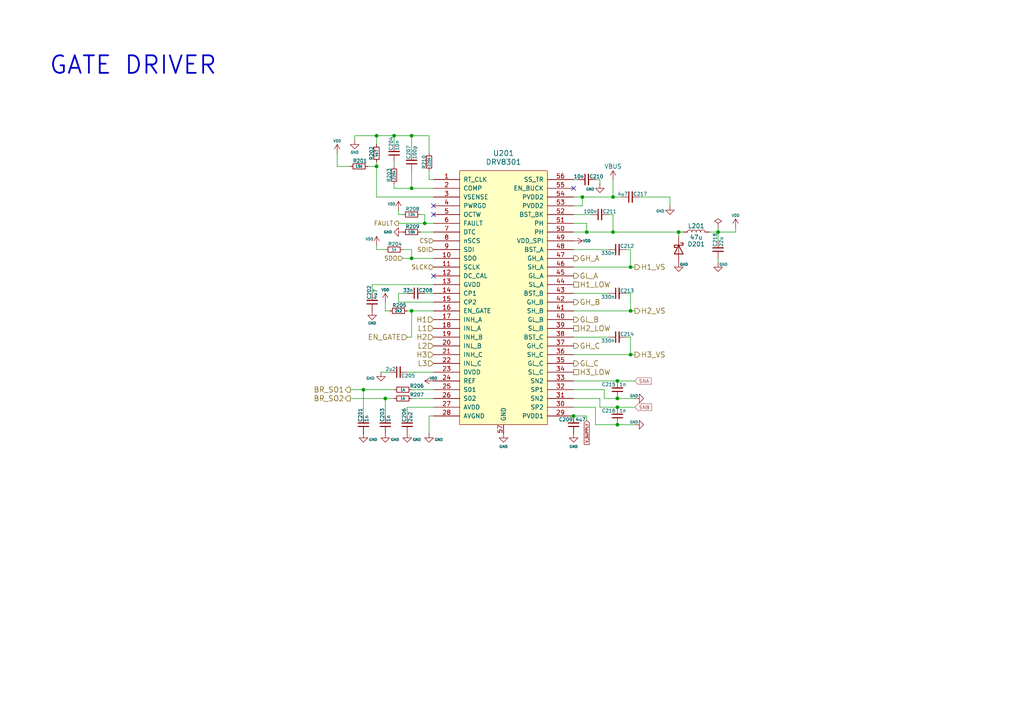
<source format=kicad_sch>
(kicad_sch (version 20250114) (generator "eeschema") (generator_version "9.0")
  (paper "A4")
  (lib_symbols
    (symbol "Bluesat:C_CompactH" (pin_numbers (hide yes)) (pin_names (offset 0.254) (hide yes))
      (property "Reference" "C" (at 0.762 0.889 0))
      (property "Value" "C_CompactH" (at -0.762 0.889 0))
      (symbol "C_CompactH_0_1"
        (polyline (pts (xy -0.508 -1.524) (xy -0.508 1.524)) (stroke (width 0.3048)))
        (polyline (pts (xy 0.508 -1.524) (xy 0.508 1.524)) (stroke (width 0.3302)))
      )
      (symbol "C_CompactH_1_1"
        (pin passive line (at -2.54 0 0) (length 2.032) (name "~") (number "1"))
        (pin passive line (at 2.54 0 180) (length 2.032) (name "~") (number "2"))
      )
    )
    (symbol "Bluesat:C_CompactV" (pin_numbers (hide yes)) (pin_names (offset 0.254) (hide yes))
      (property "Reference" "C" (at -0.889 0.762 90))
      (property "Value" "C_CompactV" (at 0.889 0.762 90))
      (symbol "C_CompactV_0_1"
        (polyline (pts (xy 1.524 0.508) (xy -1.524 0.508)) (stroke (width 0.3302)))
        (polyline (pts (xy 1.524 -0.508) (xy -1.524 -0.508)) (stroke (width 0.3048)))
      )
      (symbol "C_CompactV_1_1"
        (pin passive line (at 0 2.54 270) (length 2.032) (name "~") (number "2"))
        (pin passive line (at 0 -2.54 90) (length 2.032) (name "~") (number "1"))
      )
    )
    (symbol "Bluesat:DRV8301" (pin_names (offset 1.016))
      (property "Reference" "U101" (at 0 50.8 0))
      (property "Value" "DRV8301" (at 0 48.26 0))
      (symbol "DRV8301_0_0"
        (pin passive line (at 20.32 43.18 180) (length 7.62) (name "SS_TR") (number "56"))
        (pin input line (at 20.32 40.64 180) (length 7.62) (name "EN_BUCK") (number "55"))
        (pin power_in line (at 20.32 38.1 180) (length 7.62) (name "PVDD2") (number "54"))
        (pin power_in line (at 20.32 35.56 180) (length 7.62) (name "PVDD2") (number "53"))
        (pin passive line (at 20.32 33.02 180) (length 7.62) (name "BST_BK") (number "52"))
        (pin output line (at 20.32 30.48 180) (length 7.62) (name "PH") (number "51"))
        (pin output line (at 20.32 27.94 180) (length 7.62) (name "PH") (number "50"))
      )
      (symbol "DRV8301_1_0"
        (pin passive line (at 0 -30.48 90) (length 2.54) (name "GND") (number "57"))
        (pin passive line (at 20.32 10.16 180) (length 7.62) (name "BST_B") (number "43"))
      )
      (symbol "DRV8301_1_1"
        (rectangle (start -12.7 45.72) (end 12.7 -27.94) (fill (type background)))
        (pin passive line (at -20.32 43.18 0) (length 7.62) (name "RT_CLK") (number "1"))
        (pin passive line (at -20.32 40.64 0) (length 7.62) (name "COMP") (number "2"))
        (pin input line (at -20.32 38.1 0) (length 7.62) (name "VSENSE") (number "3"))
        (pin input line (at -20.32 35.56 0) (length 7.62) (name "PWRGD") (number "4"))
        (pin input line (at -20.32 33.02 0) (length 7.62) (name "OCTW") (number "5"))
        (pin output line (at -20.32 30.48 0) (length 7.62) (name "FAULT") (number "6"))
        (pin passive line (at -20.32 27.94 0) (length 7.62) (name "DTC") (number "7"))
        (pin input line (at -20.32 25.4 0) (length 7.62) (name "nSCS") (number "8"))
        (pin bidirectional line (at -20.32 22.86 0) (length 7.62) (name "SDI") (number "9"))
        (pin bidirectional line (at -20.32 20.32 0) (length 7.62) (name "SDO") (number "10"))
        (pin bidirectional line (at -20.32 17.78 0) (length 7.62) (name "SCLK") (number "11"))
        (pin input line (at -20.32 15.24 0) (length 7.62) (name "DC_CAL") (number "12"))
        (pin passive line (at -20.32 12.7 0) (length 7.62) (name "GVDD") (number "13"))
        (pin passive line (at -20.32 10.16 0) (length 7.62) (name "CP1") (number "14"))
        (pin passive line (at -20.32 7.62 0) (length 7.62) (name "CP2") (number "15"))
        (pin input line (at -20.32 5.08 0) (length 7.62) (name "EN_GATE") (number "16"))
        (pin input line (at -20.32 2.54 0) (length 7.62) (name "INH_A") (number "17"))
        (pin input line (at -20.32 0 0) (length 7.62) (name "INL_A") (number "18"))
        (pin input line (at -20.32 -2.54 0) (length 7.62) (name "INH_B") (number "19"))
        (pin input line (at -20.32 -5.08 0) (length 7.62) (name "INL_B") (number "20"))
        (pin input line (at -20.32 -7.62 0) (length 7.62) (name "INH_C") (number "21"))
        (pin input line (at -20.32 -10.16 0) (length 7.62) (name "INL_C") (number "22"))
        (pin input line (at -20.32 -12.7 0) (length 7.62) (name "DVDD") (number "23"))
        (pin passive line (at -20.32 -15.24 0) (length 7.62) (name "REF") (number "24"))
        (pin input line (at -20.32 -17.78 0) (length 7.62) (name "S01") (number "25"))
        (pin input line (at -20.32 -20.32 0) (length 7.62) (name "S02") (number "26"))
        (pin power_in line (at -20.32 -22.86 0) (length 7.62) (name "AVDD") (number "27"))
        (pin passive line (at -20.32 -25.4 0) (length 7.62) (name "AVGND") (number "28"))
        (pin power_in line (at 20.32 25.4 180) (length 7.62) (name "VDD_SPI") (number "49"))
        (pin passive line (at 20.32 22.86 180) (length 7.62) (name "BST_A") (number "48"))
        (pin output line (at 20.32 20.32 180) (length 7.62) (name "GH_A") (number "47"))
        (pin input line (at 20.32 17.78 180) (length 7.62) (name "SH_A") (number "46"))
        (pin output line (at 20.32 15.24 180) (length 7.62) (name "GL_A") (number "45"))
        (pin input line (at 20.32 12.7 180) (length 7.62) (name "SL_A") (number "44"))
        (pin output line (at 20.32 7.62 180) (length 7.62) (name "GH_B") (number "42"))
        (pin input line (at 20.32 5.08 180) (length 7.62) (name "SH_B") (number "41"))
        (pin output line (at 20.32 2.54 180) (length 7.62) (name "GL_B") (number "40"))
        (pin input line (at 20.32 0 180) (length 7.62) (name "SL_B") (number "39"))
        (pin passive line (at 20.32 -2.54 180) (length 7.62) (name "BST_C") (number "38"))
        (pin output line (at 20.32 -5.08 180) (length 7.62) (name "GH_C") (number "37"))
        (pin input line (at 20.32 -7.62 180) (length 7.62) (name "SH_C") (number "36"))
        (pin output line (at 20.32 -10.16 180) (length 7.62) (name "GL_C") (number "35"))
        (pin input line (at 20.32 -12.7 180) (length 7.62) (name "SL_C") (number "34"))
        (pin input line (at 20.32 -15.24 180) (length 7.62) (name "SN2") (number "33"))
        (pin input line (at 20.32 -17.78 180) (length 7.62) (name "SP1") (number "32"))
        (pin input line (at 20.32 -20.32 180) (length 7.62) (name "SN2") (number "31"))
        (pin input line (at 20.32 -22.86 180) (length 7.62) (name "SP2") (number "30"))
        (pin power_in line (at 20.32 -25.4 180) (length 7.62) (name "PVDD1") (number "29"))
      )
    )
    (symbol "Bluesat:R_CompactH" (pin_numbers (hide yes)) (pin_names (offset 0.254) (hide yes))
      (property "Reference" "R" (at 1.8415 0.1905 0))
      (property "Value" "R_CompactH" (at 0 0 0))
      (symbol "R_CompactH_0_1"
        (rectangle (start -1.778 -0.762) (end 1.778 0.762) (stroke (width 0.2032)))
      )
      (symbol "R_CompactH_1_1"
        (pin passive line (at -2.54 0 0) (length 0.762) (name "~") (number "1"))
        (pin passive line (at 2.54 0 180) (length 0.762) (name "~") (number "2"))
      )
    )
    (symbol "Bluesat:R_CompactV" (pin_numbers (hide yes)) (pin_names (offset 0.254) (hide yes))
      (property "Reference" "R" (at -0.889 0 90))
      (property "Value" "R_CompactV" (at 0 0 90))
      (symbol "R_CompactV_0_1"
        (rectangle (start -0.762 1.778) (end 0.762 -1.778) (stroke (width 0.2032)))
      )
      (symbol "R_CompactV_1_1"
        (pin passive line (at 0 2.54 270) (length 0.762) (name "~") (number "1"))
        (pin passive line (at 0 -2.54 90) (length 0.762) (name "~") (number "2"))
      )
    )
    (symbol "Device:D_Schottky" (pin_numbers (hide yes)) (pin_names (offset 1.016) (hide yes))
      (property "Reference" "D" (at 0 2.54 0))
      (property "Value" "D_Schottky" (at 0 -2.54 0))
      (symbol "D_Schottky_0_1"
        (polyline (pts (xy -1.905 0.635) (xy -1.905 1.27) (xy -1.27 1.27) (xy -1.27 -1.27) (xy -0.635 -1.27) (xy -0.635 -0.635)) (stroke (width 0.254)))
        (polyline (pts (xy 1.27 1.27) (xy 1.27 -1.27) (xy -1.27 0) (xy 1.27 1.27)) (stroke (width 0.254)))
        (polyline (pts (xy 1.27 0) (xy -1.27 0)))
      )
      (symbol "D_Schottky_1_1"
        (pin passive line (at -3.81 0 0) (length 2.54) (name "K") (number "1"))
        (pin passive line (at 3.81 0 180) (length 2.54) (name "A") (number "2"))
      )
    )
    (symbol "Device:L" (pin_numbers (hide yes)) (pin_names (offset 1.016) (hide yes))
      (property "Reference" "L" (at -1.27 0 90))
      (property "Value" "L" (at 1.905 0 90))
      (symbol "L_0_1"
        (arc (start 0 2.54) (mid 0.6323 1.905) (end 0 1.27))
        (arc (start 0 1.27) (mid 0.6323 0.635) (end 0 0))
        (arc (start 0 0) (mid 0.6323 -0.635) (end 0 -1.27))
        (arc (start 0 -1.27) (mid 0.6323 -1.905) (end 0 -2.54))
      )
      (symbol "L_1_1"
        (pin passive line (at 0 3.81 270) (length 1.27) (name "1") (number "1"))
        (pin passive line (at 0 -3.81 90) (length 1.27) (name "2") (number "2"))
      )
    )
    (symbol "power:GND" (power) (pin_numbers (hide yes)) (pin_names (offset 0) (hide yes))
      (property "Value" "GND" (at 0 -3.81 0))
      (symbol "GND_0_1"
        (polyline (pts (xy 0 0) (xy 0 -1.27) (xy 1.27 -1.27) (xy 0 -2.54) (xy -1.27 -1.27) (xy 0 -1.27)))
      )
      (symbol "GND_1_1"
        (pin power_in line (at 0 0 270) (length 0) (name "~") (number "1"))
      )
    )
    (symbol "power:PWR_FLAG" (power) (pin_numbers (hide yes)) (pin_names (offset 0) (hide yes))
      (property "Value" "PWR_FLAG" (at 0 3.81 0))
      (symbol "PWR_FLAG_0_0"
        (pin power_out line (at 0 0 90) (length 0) (name "~") (number "1"))
      )
      (symbol "PWR_FLAG_0_1"
        (polyline (pts (xy 0 0) (xy 0 1.27) (xy -1.016 1.905) (xy 0 2.54) (xy 1.016 1.905) (xy 0 1.27)))
      )
    )
    (symbol "power:VBUS" (power) (pin_numbers (hide yes)) (pin_names (offset 0) (hide yes))
      (property "Value" "VBUS" (at 0 3.556 0))
      (symbol "VBUS_0_1"
        (polyline (pts (xy -0.762 1.27) (xy 0 2.54)))
        (polyline (pts (xy 0 2.54) (xy 0.762 1.27)))
        (polyline (pts (xy 0 0) (xy 0 2.54)))
      )
      (symbol "VBUS_1_1"
        (pin power_in line (at 0 0 90) (length 0) (name "~") (number "1"))
      )
    )
    (symbol "power:VDD" (power) (pin_numbers (hide yes)) (pin_names (offset 0) (hide yes))
      (property "Value" "VDD" (at 0 3.556 0))
      (symbol "VDD_0_1"
        (polyline (pts (xy -0.762 1.27) (xy 0 2.54)))
        (polyline (pts (xy 0 2.54) (xy 0.762 1.27)))
        (polyline (pts (xy 0 0) (xy 0 2.54)))
      )
      (symbol "VDD_1_1"
        (pin power_in line (at 0 0 90) (length 0) (name "~") (number "1"))
      )
    )
  )
  (text "GATE DRIVER" (at 38.608 19.05 0) (effects (font (size 5.08 5.08) (thickness 0.508) (bold yes))))
  (junction (at 119.38 54.61))
  (junction (at 177.8 57.15))
  (junction (at 179.07 123.19))
  (junction (at 177.8 67.31))
  (junction (at 179.07 115.57))
  (junction (at 109.22 48.26))
  (junction (at 179.07 118.11))
  (junction (at 114.3 39.37))
  (junction (at 109.22 39.37))
  (junction (at 119.38 90.17))
  (junction (at 196.85 67.31))
  (junction (at 105.41 113.03))
  (junction (at 208.28 67.31))
  (junction (at 168.91 57.15))
  (junction (at 170.18 67.31))
  (junction (at 111.76 115.57))
  (junction (at 182.88 77.47))
  (junction (at 119.38 39.37))
  (junction (at 182.88 90.17))
  (junction (at 166.37 120.65))
  (junction (at 123.19 64.77))
  (junction (at 119.38 74.93))
  (junction (at 179.07 110.49))
  (junction (at 182.88 102.87))
  (no_connect (at 125.73 59.69))
  (no_connect (at 166.37 54.61))
  (no_connect (at 125.73 80.01))
  (no_connect (at 125.73 62.23))
  (wire (pts (xy 113.03 107.95) (xy 110.49 107.95)))
  (wire (pts (xy 105.41 113.03) (xy 105.41 120.65)))
  (wire (pts (xy 182.88 72.39) (xy 181.61 72.39)))
  (wire (pts (xy 102.87 39.37) (xy 102.87 40.64)))
  (wire (pts (xy 123.19 64.77) (xy 125.73 64.77)))
  (wire (pts (xy 166.37 57.15) (xy 168.91 57.15)))
  (wire (pts (xy 118.11 118.11) (xy 118.11 120.65)))
  (wire (pts (xy 125.73 57.15) (xy 109.22 57.15)))
  (wire (pts (xy 107.95 82.55) (xy 107.95 85.09)))
  (wire (pts (xy 166.37 102.87) (xy 182.88 102.87)))
  (wire (pts (xy 115.57 64.77) (xy 123.19 64.77)))
  (wire (pts (xy 166.37 115.57) (xy 173.99 115.57)))
  (wire (pts (xy 124.46 39.37) (xy 124.46 44.45)))
  (wire (pts (xy 119.38 74.93) (xy 119.38 72.39)))
  (wire (pts (xy 179.07 110.49) (xy 184.15 110.49)))
  (wire (pts (xy 109.22 48.26) (xy 109.22 46.99)))
  (wire (pts (xy 172.72 118.11) (xy 172.72 123.19)))
  (wire (pts (xy 101.6 115.57) (xy 111.76 115.57)))
  (wire (pts (xy 123.19 85.09) (xy 125.73 85.09)))
  (wire (pts (xy 119.38 115.57) (xy 125.73 115.57)))
  (wire (pts (xy 114.3 41.91) (xy 114.3 39.37)))
  (wire (pts (xy 119.38 54.61) (xy 119.38 49.53)))
  (wire (pts (xy 166.37 97.79) (xy 176.53 97.79)))
  (wire (pts (xy 119.38 113.03) (xy 125.73 113.03)))
  (wire (pts (xy 109.22 71.12) (xy 109.22 72.39)))
  (wire (pts (xy 119.38 90.17) (xy 125.73 90.17)))
  (wire (pts (xy 213.36 66.04) (xy 213.36 67.31)))
  (wire (pts (xy 125.73 118.11) (xy 118.11 118.11)))
  (wire (pts (xy 119.38 39.37) (xy 114.3 39.37)))
  (wire (pts (xy 124.46 39.37) (xy 119.38 39.37)))
  (wire (pts (xy 125.73 82.55) (xy 107.95 82.55)))
  (wire (pts (xy 182.88 85.09) (xy 182.88 90.17)))
  (wire (pts (xy 111.76 115.57) (xy 111.76 120.65)))
  (wire (pts (xy 166.37 77.47) (xy 182.88 77.47)))
  (wire (pts (xy 109.22 39.37) (xy 102.87 39.37)))
  (wire (pts (xy 97.79 44.45) (xy 97.79 48.26)))
  (wire (pts (xy 166.37 52.07) (xy 167.64 52.07)))
  (wire (pts (xy 166.37 113.03) (xy 175.26 113.03)))
  (wire (pts (xy 172.72 52.07) (xy 173.99 52.07)))
  (wire (pts (xy 173.99 118.11) (xy 179.07 118.11)))
  (wire (pts (xy 177.8 62.23) (xy 177.8 67.31)))
  (wire (pts (xy 118.11 107.95) (xy 125.73 107.95)))
  (wire (pts (xy 106.68 48.26) (xy 109.22 48.26)))
  (wire (pts (xy 111.76 72.39) (xy 109.22 72.39)))
  (wire (pts (xy 166.37 72.39) (xy 176.53 72.39)))
  (wire (pts (xy 109.22 39.37) (xy 114.3 39.37)))
  (wire (pts (xy 182.88 97.79) (xy 182.88 102.87)))
  (wire (pts (xy 182.88 77.47) (xy 184.15 77.47)))
  (wire (pts (xy 168.91 57.15) (xy 177.8 57.15)))
  (wire (pts (xy 111.76 87.63) (xy 111.76 90.17)))
  (wire (pts (xy 125.73 54.61) (xy 119.38 54.61)))
  (wire (pts (xy 119.38 72.39) (xy 116.84 72.39)))
  (wire (pts (xy 166.37 64.77) (xy 170.18 64.77)))
  (wire (pts (xy 166.37 118.11) (xy 172.72 118.11)))
  (wire (pts (xy 175.26 113.03) (xy 175.26 115.57)))
  (wire (pts (xy 109.22 41.91) (xy 109.22 39.37)))
  (wire (pts (xy 113.03 90.17) (xy 111.76 90.17)))
  (wire (pts (xy 116.84 74.93) (xy 119.38 74.93)))
  (wire (pts (xy 123.19 64.77) (xy 123.19 62.23)))
  (wire (pts (xy 170.18 64.77) (xy 170.18 67.31)))
  (wire (pts (xy 166.37 62.23) (xy 171.45 62.23)))
  (wire (pts (xy 170.18 120.65) (xy 170.18 121.92)))
  (wire (pts (xy 182.88 72.39) (xy 182.88 77.47)))
  (wire (pts (xy 177.8 57.15) (xy 177.8 52.07)))
  (wire (pts (xy 111.76 115.57) (xy 114.3 115.57)))
  (wire (pts (xy 185.42 57.15) (xy 194.31 57.15)))
  (wire (pts (xy 166.37 90.17) (xy 182.88 90.17)))
  (wire (pts (xy 168.91 59.69) (xy 168.91 57.15)))
  (wire (pts (xy 124.46 120.65) (xy 124.46 125.73)))
  (wire (pts (xy 118.11 97.79) (xy 119.38 97.79)))
  (wire (pts (xy 173.99 52.07) (xy 173.99 53.34)))
  (wire (pts (xy 182.88 85.09) (xy 181.61 85.09)))
  (wire (pts (xy 170.18 67.31) (xy 177.8 67.31)))
  (wire (pts (xy 115.57 87.63) (xy 125.73 87.63)))
  (wire (pts (xy 175.26 115.57) (xy 179.07 115.57)))
  (wire (pts (xy 166.37 110.49) (xy 179.07 110.49)))
  (wire (pts (xy 196.85 67.31) (xy 196.85 68.58)))
  (wire (pts (xy 125.73 120.65) (xy 124.46 120.65)))
  (wire (pts (xy 114.3 54.61) (xy 114.3 53.34)))
  (wire (pts (xy 208.28 66.04) (xy 208.28 67.31)))
  (wire (pts (xy 125.73 52.07) (xy 124.46 52.07)))
  (wire (pts (xy 179.07 123.19) (xy 184.15 123.19)))
  (wire (pts (xy 105.41 113.03) (xy 114.3 113.03)))
  (wire (pts (xy 119.38 97.79) (xy 119.38 90.17)))
  (wire (pts (xy 115.57 62.23) (xy 116.84 62.23)))
  (wire (pts (xy 118.11 85.09) (xy 115.57 85.09)))
  (wire (pts (xy 166.37 59.69) (xy 168.91 59.69)))
  (wire (pts (xy 121.92 62.23) (xy 123.19 62.23)))
  (wire (pts (xy 109.22 57.15) (xy 109.22 48.26)))
  (wire (pts (xy 179.07 115.57) (xy 184.15 115.57)))
  (wire (pts (xy 115.57 62.23) (xy 115.57 60.96)))
  (wire (pts (xy 101.6 48.26) (xy 97.79 48.26)))
  (wire (pts (xy 125.73 74.93) (xy 119.38 74.93)))
  (wire (pts (xy 166.37 120.65) (xy 170.18 120.65)))
  (wire (pts (xy 179.07 118.11) (xy 184.15 118.11)))
  (wire (pts (xy 166.37 67.31) (xy 170.18 67.31)))
  (wire (pts (xy 119.38 54.61) (xy 114.3 54.61)))
  (wire (pts (xy 182.88 90.17) (xy 184.15 90.17)))
  (wire (pts (xy 118.11 90.17) (xy 119.38 90.17)))
  (wire (pts (xy 208.28 74.93) (xy 208.28 76.2)))
  (wire (pts (xy 213.36 67.31) (xy 208.28 67.31)))
  (wire (pts (xy 194.31 57.15) (xy 194.31 59.69)))
  (wire (pts (xy 177.8 57.15) (xy 180.34 57.15)))
  (wire (pts (xy 114.3 46.99) (xy 114.3 48.26)))
  (wire (pts (xy 182.88 102.87) (xy 184.15 102.87)))
  (wire (pts (xy 115.57 85.09) (xy 115.57 87.63)))
  (wire (pts (xy 173.99 115.57) (xy 173.99 118.11)))
  (wire (pts (xy 177.8 67.31) (xy 196.85 67.31)))
  (wire (pts (xy 172.72 123.19) (xy 179.07 123.19)))
  (wire (pts (xy 166.37 85.09) (xy 176.53 85.09)))
  (wire (pts (xy 124.46 49.53) (xy 124.46 52.07)))
  (wire (pts (xy 121.92 67.31) (xy 125.73 67.31)))
  (wire (pts (xy 208.28 67.31) (xy 208.28 69.85)))
  (wire (pts (xy 119.38 44.45) (xy 119.38 39.37)))
  (wire (pts (xy 196.85 67.31) (xy 198.12 67.31)))
  (wire (pts (xy 182.88 97.79) (xy 181.61 97.79)))
  (wire (pts (xy 176.53 62.23) (xy 177.8 62.23)))
  (wire (pts (xy 101.6 113.03) (xy 105.41 113.03)))
  (wire (pts (xy 205.74 67.31) (xy 208.28 67.31)))
  (global_label "SNA" (shape input) (at 184.15 110.49 0) (effects (font (size 1.016 1.016) (thickness 0.0953))) (property "Intersheetrefs" "${INTERSHEET_REFS}" (effects (hide yes))))
  (global_label "V_SUPPLY" (shape input) (at 170.18 121.92 270) (effects (font (size 0.762 0.762))) (property "Intersheetrefs" "${INTERSHEET_REFS}" (effects (hide yes))))
  (global_label "SNB" (shape input) (at 184.15 118.11 0) (effects (font (size 1.016 1.016) (thickness 0.0953))) (property "Intersheetrefs" "${INTERSHEET_REFS}" (effects (hide yes))))
  (hierarchical_label "SDO" (shape input) (at 116.84 74.93 180))
  (hierarchical_label "H3_VS" (shape output) (at 184.15 102.87 0) (effects (font (size 1.524 1.524))))
  (hierarchical_label "GL_C" (shape output) (at 166.37 105.41 0) (effects (font (size 1.524 1.524))))
  (hierarchical_label "H2" (shape input) (at 125.73 97.79 180) (effects (font (size 1.524 1.524))))
  (hierarchical_label "H2_VS" (shape output) (at 184.15 90.17 0) (effects (font (size 1.524 1.524))))
  (hierarchical_label "EN_GATE" (shape input) (at 118.11 97.79 180) (effects (font (size 1.524 1.524))))
  (hierarchical_label "L2" (shape input) (at 125.73 100.33 180) (effects (font (size 1.524 1.524))))
  (hierarchical_label "H3" (shape input) (at 125.73 102.87 180) (effects (font (size 1.524 1.524))))
  (hierarchical_label "L3" (shape input) (at 125.73 105.41 180) (effects (font (size 1.524 1.524))))
  (hierarchical_label "BR_SO2" (shape output) (at 101.6 115.57 180) (effects (font (size 1.524 1.524))))
  (hierarchical_label "FAULT" (shape output) (at 115.57 64.77 180))
  (hierarchical_label "GL_A" (shape output) (at 166.37 80.01 0) (effects (font (size 1.524 1.524))))
  (hierarchical_label "GL_B" (shape output) (at 166.37 92.71 0) (effects (font (size 1.524 1.524))))
  (hierarchical_label "H1_VS" (shape output) (at 184.15 77.47 0) (effects (font (size 1.524 1.524))))
  (hierarchical_label "CS" (shape input) (at 125.73 69.85 180))
  (hierarchical_label "SLCK" (shape input) (at 125.73 77.47 180))
  (hierarchical_label "SDI" (shape input) (at 125.73 72.39 180))
  (hierarchical_label "H1" (shape input) (at 125.73 92.71 180) (effects (font (size 1.524 1.524))))
  (hierarchical_label "GH_B" (shape output) (at 166.37 87.63 0) (effects (font (size 1.524 1.524))))
  (hierarchical_label "L1" (shape input) (at 125.73 95.25 180) (effects (font (size 1.524 1.524))))
  (hierarchical_label "H2_LOW" (shape passive) (at 166.37 95.25 0) (effects (font (size 1.524 1.524))))
  (hierarchical_label "H1_LOW" (shape passive) (at 166.37 82.55 0) (effects (font (size 1.524 1.524))))
  (hierarchical_label "BR_SO1" (shape output) (at 101.6 113.03 180) (effects (font (size 1.524 1.524))))
  (hierarchical_label "H3_LOW" (shape passive) (at 166.37 107.95 0) (effects (font (size 1.524 1.524))))
  (hierarchical_label "GH_C" (shape output) (at 166.37 100.33 0) (effects (font (size 1.524 1.524))))
  (hierarchical_label "GH_A" (shape output) (at 166.37 74.93 0) (effects (font (size 1.524 1.524))))
  (symbol (lib_id "Bluesat:C_CompactV") (at 111.76 123.19 0) (unit 1)
    (property "Reference" "C203" (at 110.871 122.428 90) (effects (font (size 1.016 1.016)) (justify left)))
    (property "Value" "1n" (at 112.649 122.428 90) (effects (font (size 1.016 1.016)) (justify left)))
    (property "Footprint" "Capacitor_SMD:C_0402_1005Metric" (effects (hide yes)))
    (property "Description" "Unpolarized capacitor, compact symbol" (effects (hide yes)))
  )
  (symbol (lib_id "Bluesat:C_CompactH") (at 179.07 97.79 0) (unit 1)
    (property "Reference" "C214" (at 179.832 96.901 0) (effects (font (size 1.016 1.016)) (justify left)))
    (property "Value" "330n" (at 178.308 98.806 0) (effects (font (size 1.016 1.016)) (justify right)))
    (property "Footprint" "Capacitor_SMD:C_0603_1608Metric" (effects (hide yes)))
    (property "Description" "Unpolarized capacitor, compact symbol" (effects (hide yes)))
  )
  (symbol (lib_id "power:VDD") (at 97.79 44.45 0) (unit 1)
    (property "Reference" "#PWR0201" (effects (hide yes)))
    (property "Value" "VDD" (at 97.79 40.894 0) (effects (font (size 0.762 0.762))))
    (property "Description" "Power symbol creates a global label with name \"VDD\"" (effects (hide yes)))
  )
  (symbol (lib_id "Bluesat:R_CompactH") (at 119.38 62.23 0) (unit 1)
    (property "Reference" "R208" (at 117.602 61.214 0) (effects (font (size 1.016 1.016)) (justify left bottom)))
    (property "Value" "10k" (at 119.38 62.23 0) (effects (font (size 0.762 0.762))))
    (property "Footprint" "Resistor_SMD:R_0402_1005Metric" (effects (hide yes)))
    (property "Description" "Resistor, compact symbol" (effects (hide yes)))
  )
  (symbol (lib_id "Bluesat:C_CompactV") (at 166.37 123.19 0) (unit 1)
    (property "Reference" "C209" (at 162.052 121.666 0) (effects (font (size 1.016 1.016)) (justify left)))
    (property "Value" "4u7" (at 166.878 121.666 0) (effects (font (size 1.016 1.016)) (justify left)))
    (property "Footprint" "Capacitor_SMD:C_1210_3225Metric" (effects (hide yes)))
    (property "Description" "Unpolarized capacitor, compact symbol" (effects (hide yes)))
  )
  (symbol (lib_id "power:GND") (at 194.31 59.69 0) (unit 1)
    (property "Reference" "#PWR0220" (effects (hide yes)))
    (property "Value" "GND" (at 191.516 61.214 0) (effects (font (size 0.762 0.762))))
    (property "Description" "Power symbol creates a global label with name \"GND\" , ground" (effects (hide yes)))
  )
  (symbol (lib_id "Bluesat:C_CompactV") (at 105.41 123.19 0) (unit 1)
    (property "Reference" "C201" (at 104.521 122.428 90) (effects (font (size 1.016 1.016)) (justify left)))
    (property "Value" "1n" (at 106.299 122.428 90) (effects (font (size 1.016 1.016)) (justify left)))
    (property "Footprint" "Capacitor_SMD:C_0402_1005Metric" (effects (hide yes)))
    (property "Description" "Unpolarized capacitor, compact symbol" (effects (hide yes)))
  )
  (symbol (lib_id "power:GND") (at 105.41 125.73 0) (unit 1)
    (property "Reference" "#PWR0203" (effects (hide yes)))
    (property "Value" "GND" (at 108.204 127.508 0) (effects (font (size 0.762 0.762))))
    (property "Description" "Power symbol creates a global label with name \"GND\" , ground" (effects (hide yes)))
  )
  (symbol (lib_id "power:VBUS") (at 177.8 52.07 0) (unit 1)
    (property "Reference" "#PWR0224" (effects (hide yes)))
    (property "Value" "VBUS" (at 177.8 48.26 0))
    (property "Description" "Power symbol creates a global label with name \"VBUS\"" (effects (hide yes)))
  )
  (symbol (lib_id "power:VDD") (at 111.76 87.63 0) (unit 1)
    (property "Reference" "#PWR0207" (effects (hide yes)))
    (property "Value" "VDD" (at 111.76 84.074 0) (effects (font (size 0.762 0.762))))
    (property "Description" "Power symbol creates a global label with name \"VDD\"" (effects (hide yes)))
  )
  (symbol (lib_id "power:GND") (at 124.46 125.73 0) (unit 1)
    (property "Reference" "#PWR0212" (effects (hide yes)))
    (property "Value" "GND" (at 127.254 127.508 0) (effects (font (size 0.762 0.762))))
    (property "Description" "Power symbol creates a global label with name \"GND\" , ground" (effects (hide yes)))
  )
  (symbol (lib_id "power:GND") (at 184.15 115.57 90) (unit 1)
    (property "Reference" "#PWR0218" (effects (hide yes)))
    (property "Value" "GND" (at 183.896 114.808 90) (effects (font (size 0.762 0.762))))
    (property "Description" "Power symbol creates a global label with name \"GND\" , ground" (effects (hide yes)))
  )
  (symbol (lib_id "power:VDD") (at 213.36 66.04 0) (unit 1)
    (property "Reference" "#PWR0223" (effects (hide yes)))
    (property "Value" "VDD" (at 213.36 62.484 0) (effects (font (size 0.762 0.762))))
    (property "Description" "Power symbol creates a global label with name \"VDD\"" (effects (hide yes)))
  )
  (symbol (lib_id "Bluesat:R_CompactH") (at 104.14 48.26 0) (unit 1)
    (property "Reference" "R201" (at 102.362 47.244 0) (effects (font (size 1.016 1.016)) (justify left bottom)))
    (property "Value" "15k" (at 104.14 48.26 0) (effects (font (size 0.762 0.762))))
    (property "Footprint" "Resistor_SMD:R_0402_1005Metric" (effects (hide yes)))
    (property "Description" "Resistor, compact symbol" (effects (hide yes)))
  )
  (symbol (lib_id "power:GND") (at 118.11 125.73 0) (unit 1)
    (property "Reference" "#PWR0211" (effects (hide yes)))
    (property "Value" "GND" (at 120.904 127.508 0) (effects (font (size 0.762 0.762))))
    (property "Description" "Power symbol creates a global label with name \"GND\" , ground" (effects (hide yes)))
  )
  (symbol (lib_id "Device:D_Schottky") (at 196.85 72.39 270) (unit 1)
    (property "Reference" "D201" (at 199.39 70.8024 90) (effects (justify left)))
    (property "Value" "D_Schottky" (effects (hide yes)))
    (property "Footprint" "Diode_SMD:D_SOD-123" (effects (hide yes)))
    (property "Description" "Schottky diode" (effects (hide yes)))
  )
  (symbol (lib_id "Bluesat:R_CompactV") (at 114.3 50.8 0) (unit 1)
    (property "Reference" "R203" (at 113.411 50.8 90) (effects (font (size 1.016 1.016)) (justify bottom)))
    (property "Value" "220k" (at 114.3 50.8 90) (effects (font (size 0.762 0.762))))
    (property "Footprint" "Resistor_SMD:R_0402_1005Metric" (effects (hide yes)))
    (property "Description" "Resistor, compact symbol" (effects (hide yes)))
  )
  (symbol (lib_id "power:PWR_FLAG") (at 208.28 66.04 0) (unit 1)
    (property "Reference" "#FLG0201" (effects (hide yes)))
    (property "Value" "PWR_FLAG" (effects (hide yes)))
    (property "Description" "Special symbol for telling ERC where power comes from" (effects (hide yes)))
  )
  (symbol (lib_id "power:GND") (at 146.05 125.73 0) (unit 1)
    (property "Reference" "#PWR0214" (effects (hide yes)))
    (property "Value" "GND" (at 146.05 129.54 0) (effects (font (size 0.762 0.762))))
    (property "Description" "Power symbol creates a global label with name \"GND\" , ground" (effects (hide yes)))
  )
  (symbol (lib_id "Device:L") (at 201.93 67.31 90) (unit 1)
    (property "Reference" "L201" (at 201.93 65.532 90))
    (property "Value" "47u" (at 201.93 68.834 90))
    (property "Footprint" "Inductor_SMD:L_Changjiang_FXL0630" (effects (hide yes)))
    (property "Description" "Inductor" (effects (hide yes)))
  )
  (symbol (lib_id "Bluesat:R_CompactH") (at 114.3 72.39 0) (unit 1)
    (property "Reference" "R204" (at 112.522 71.374 0) (effects (font (size 1.016 1.016)) (justify left bottom)))
    (property "Value" "1k" (at 114.3 72.39 0) (effects (font (size 0.762 0.762))))
    (property "Footprint" "Resistor_SMD:R_0402_1005Metric" (effects (hide yes)))
    (property "Description" "Resistor, compact symbol" (effects (hide yes)))
  )
  (symbol (lib_id "Bluesat:C_CompactV") (at 114.3 44.45 0) (unit 1)
    (property "Reference" "C204" (at 113.411 43.688 90) (effects (font (size 1.016 1.016)) (justify left)))
    (property "Value" "10n" (at 115.189 43.688 90) (effects (font (size 1.016 1.016)) (justify left)))
    (property "Footprint" "Capacitor_SMD:C_0402_1005Metric" (effects (hide yes)))
    (property "Description" "Unpolarized capacitor, compact symbol" (effects (hide yes)))
  )
  (symbol (lib_id "power:GND") (at 166.37 125.73 0) (unit 1)
    (property "Reference" "#PWR0216" (effects (hide yes)))
    (property "Value" "GND" (at 166.37 129.54 0) (effects (font (size 0.762 0.762))))
    (property "Description" "Power symbol creates a global label with name \"GND\" , ground" (effects (hide yes)))
  )
  (symbol (lib_id "Bluesat:C_CompactH") (at 179.07 85.09 0) (unit 1)
    (property "Reference" "C213" (at 179.832 84.328 0) (effects (font (size 1.016 1.016)) (justify left)))
    (property "Value" "330n" (at 178.308 86.106 0) (effects (font (size 1.016 1.016)) (justify right)))
    (property "Footprint" "Capacitor_SMD:C_0603_1608Metric" (effects (hide yes)))
    (property "Description" "Unpolarized capacitor, compact symbol" (effects (hide yes)))
  )
  (symbol (lib_id "power:VDD") (at 166.37 69.85 270) (unit 1)
    (property "Reference" "#PWR0215" (effects (hide yes)))
    (property "Value" "VDD" (at 170.18 69.85 90) (effects (font (size 0.762 0.762))))
    (property "Description" "Power symbol creates a global label with name \"VDD\"" (effects (hide yes)))
  )
  (symbol (lib_id "Bluesat:C_CompactV") (at 119.38 46.99 0) (unit 1)
    (property "Reference" "C207" (at 118.491 46.228 90) (effects (font (size 1.016 1.016)) (justify left)))
    (property "Value" "100p" (at 120.269 46.228 90) (effects (font (size 1.016 1.016)) (justify left)))
    (property "Footprint" "Capacitor_SMD:C_0402_1005Metric" (effects (hide yes)))
    (property "Description" "Unpolarized capacitor, compact symbol" (effects (hide yes)))
  )
  (symbol (lib_id "Bluesat:C_CompactH") (at 173.99 62.23 0) (unit 1)
    (property "Reference" "C211" (at 174.752 61.341 0) (effects (font (size 1.016 1.016)) (justify left)))
    (property "Value" "100n" (at 173.228 61.341 0) (effects (font (size 1.016 1.016)) (justify right)))
    (property "Footprint" "Capacitor_SMD:C_0603_1608Metric" (effects (hide yes)))
    (property "Description" "Unpolarized capacitor, compact symbol" (effects (hide yes)))
  )
  (symbol (lib_id "Bluesat:C_CompactV") (at 179.07 120.65 0) (unit 1)
    (property "Reference" "C216" (at 174.498 119.126 0) (effects (font (size 1.016 1.016)) (justify left)))
    (property "Value" "1n" (at 179.578 119.126 0) (effects (font (size 1.016 1.016)) (justify left)))
    (property "Footprint" "Capacitor_SMD:C_0402_1005Metric" (effects (hide yes)))
    (property "Description" "Unpolarized capacitor, compact symbol" (effects (hide yes)))
  )
  (symbol (lib_id "Bluesat:C_CompactH") (at 182.88 57.15 0) (unit 1)
    (property "Reference" "C217" (at 183.642 56.261 0) (effects (font (size 1.016 1.016)) (justify left)))
    (property "Value" "4u7" (at 182.118 56.261 0) (effects (font (size 1.016 1.016)) (justify right)))
    (property "Footprint" "Capacitor_SMD:C_1210_3225Metric" (effects (hide yes)))
    (property "Description" "Unpolarized capacitor, compact symbol" (effects (hide yes)))
  )
  (symbol (lib_id "Bluesat:R_CompactH") (at 116.84 115.57 0) (unit 1)
    (property "Reference" "R207" (at 118.872 115.062 0) (effects (font (size 1.016 1.016)) (justify left bottom)))
    (property "Value" "1k" (at 116.84 115.57 0) (effects (font (size 0.762 0.762))))
    (property "Footprint" "Resistor_SMD:R_0402_1005Metric" (effects (hide yes)))
    (property "Description" "Resistor, compact symbol" (effects (hide yes)))
  )
  (symbol (lib_id "Bluesat:C_CompactH") (at 179.07 72.39 0) (unit 1)
    (property "Reference" "C212" (at 179.832 71.374 0) (effects (font (size 1.016 1.016)) (justify left)))
    (property "Value" "330n" (at 178.308 73.406 0) (effects (font (size 1.016 1.016)) (justify right)))
    (property "Footprint" "Capacitor_SMD:C_0603_1608Metric" (effects (hide yes)))
    (property "Description" "Unpolarized capacitor, compact symbol" (effects (hide yes)))
  )
  (symbol (lib_id "power:GND") (at 116.84 67.31 270) (unit 1)
    (property "Reference" "#PWR0210" (effects (hide yes)))
    (property "Value" "GND" (at 112.522 67.31 90) (effects (font (size 0.762 0.762))))
    (property "Description" "Power symbol creates a global label with name \"GND\" , ground" (effects (hide yes)))
  )
  (symbol (lib_id "Bluesat:C_CompactV") (at 179.07 113.03 0) (unit 1)
    (property "Reference" "C215" (at 174.498 111.506 0) (effects (font (size 1.016 1.016)) (justify left)))
    (property "Value" "1n" (at 179.578 111.506 0) (effects (font (size 1.016 1.016)) (justify left)))
    (property "Footprint" "Capacitor_SMD:C_0402_1005Metric" (effects (hide yes)))
    (property "Description" "Unpolarized capacitor, compact symbol" (effects (hide yes)))
  )
  (symbol (lib_id "power:GND") (at 111.76 125.73 0) (unit 1)
    (property "Reference" "#PWR0208" (effects (hide yes)))
    (property "Value" "GND" (at 114.554 127.508 0) (effects (font (size 0.762 0.762))))
    (property "Description" "Power symbol creates a global label with name \"GND\" , ground" (effects (hide yes)))
  )
  (symbol (lib_id "power:GND") (at 208.28 76.2 0) (unit 1)
    (property "Reference" "#PWR0222" (effects (hide yes)))
    (property "Value" "GND" (at 209.804 76.708 0) (effects (font (size 0.762 0.762))))
    (property "Description" "Power symbol creates a global label with name \"GND\" , ground" (effects (hide yes)))
  )
  (symbol (lib_id "power:GND") (at 110.49 107.95 0) (unit 1)
    (property "Reference" "#PWR0206" (effects (hide yes)))
    (property "Value" "GND" (at 107.442 109.728 0) (effects (font (size 0.762 0.762))))
    (property "Description" "Power symbol creates a global label with name \"GND\" , ground" (effects (hide yes)))
  )
  (symbol (lib_id "Bluesat:C_CompactH") (at 170.18 52.07 0) (unit 1)
    (property "Reference" "C210" (at 170.942 51.181 0) (effects (font (size 1.016 1.016)) (justify left)))
    (property "Value" "10n" (at 169.418 51.181 0) (effects (font (size 1.016 1.016)) (justify right)))
    (property "Footprint" "Capacitor_SMD:C_0402_1005Metric" (effects (hide yes)))
    (property "Description" "Unpolarized capacitor, compact symbol" (effects (hide yes)))
  )
  (symbol (lib_id "power:GND") (at 184.15 123.19 90) (unit 1)
    (property "Reference" "#PWR0219" (effects (hide yes)))
    (property "Value" "GND" (at 183.896 122.428 90) (effects (font (size 0.762 0.762))))
    (property "Description" "Power symbol creates a global label with name \"GND\" , ground" (effects (hide yes)))
  )
  (symbol (lib_id "power:VDD") (at 125.73 110.49 90) (unit 1)
    (property "Reference" "#PWR0213" (effects (hide yes)))
    (property "Value" "VDD" (at 125.73 109.728 90) (effects (font (size 0.762 0.762))))
    (property "Description" "Power symbol creates a global label with name \"VDD\"" (effects (hide yes)))
  )
  (symbol (lib_id "Bluesat:R_CompactV") (at 124.46 46.99 0) (unit 1)
    (property "Reference" "R210" (at 123.571 46.99 90) (effects (font (size 1.016 1.016)) (justify bottom)))
    (property "Value" "220k" (at 124.46 46.99 90) (effects (font (size 0.762 0.762))))
    (property "Footprint" "Resistor_SMD:R_0402_1005Metric" (effects (hide yes)))
    (property "Description" "Resistor, compact symbol" (effects (hide yes)))
  )
  (symbol (lib_id "power:GND") (at 196.85 76.2 0) (unit 1)
    (property "Reference" "#PWR0221" (effects (hide yes)))
    (property "Value" "GND" (at 198.374 76.708 0) (effects (font (size 0.762 0.762))))
    (property "Description" "Power symbol creates a global label with name \"GND\" , ground" (effects (hide yes)))
  )
  (symbol (lib_id "Bluesat:R_CompactH") (at 115.57 90.17 0) (unit 1)
    (property "Reference" "R205" (at 113.792 89.154 0) (effects (font (size 1.016 1.016)) (justify left bottom)))
    (property "Value" "2k2" (at 115.57 90.17 0) (effects (font (size 0.762 0.762))))
    (property "Footprint" "Resistor_SMD:R_0402_1005Metric" (effects (hide yes)))
    (property "Description" "Resistor, compact symbol" (effects (hide yes)))
  )
  (symbol (lib_id "power:GND") (at 107.95 90.17 0) (unit 1)
    (property "Reference" "#PWR0204" (effects (hide yes)))
    (property "Value" "GND" (at 107.95 93.726 0) (effects (font (size 0.762 0.762))))
    (property "Description" "Power symbol creates a global label with name \"GND\" , ground" (effects (hide yes)))
  )
  (symbol (lib_id "Bluesat:C_CompactV") (at 208.28 72.39 0) (unit 1)
    (property "Reference" "C218" (at 207.391 71.628 90) (effects (font (size 1.016 1.016)) (justify left)))
    (property "Value" "22u" (at 209.169 71.628 90) (effects (font (size 1.016 1.016)) (justify left)))
    (property "Footprint" "Capacitor_SMD:C_1210_3225Metric" (effects (hide yes)))
    (property "Description" "Unpolarized capacitor, compact symbol" (effects (hide yes)))
  )
  (symbol (lib_id "Bluesat:R_CompactV") (at 109.22 44.45 0) (unit 1)
    (property "Reference" "R202" (at 108.331 44.45 90) (effects (font (size 1.016 1.016)) (justify bottom)))
    (property "Value" "4k7" (at 109.22 44.45 90) (effects (font (size 0.762 0.762))))
    (property "Footprint" "Resistor_SMD:R_0402_1005Metric" (effects (hide yes)))
    (property "Description" "Resistor, compact symbol" (effects (hide yes)))
  )
  (symbol (lib_id "power:VDD") (at 109.22 71.12 0) (unit 1)
    (property "Reference" "#PWR0205" (effects (hide yes)))
    (property "Value" "VDD" (at 107.188 69.342 0) (effects (font (size 0.762 0.762))))
    (property "Description" "Power symbol creates a global label with name \"VDD\"" (effects (hide yes)))
  )
  (symbol (lib_id "Bluesat:C_CompactV") (at 107.95 87.63 0) (unit 1)
    (property "Reference" "C202" (at 107.061 86.868 90) (effects (font (size 1.016 1.016)) (justify left)))
    (property "Value" "4u7" (at 108.839 86.868 90) (effects (font (size 1.016 1.016)) (justify left)))
    (property "Footprint" "Capacitor_SMD:C_1206_3216Metric" (effects (hide yes)))
    (property "Description" "Unpolarized capacitor, compact symbol" (effects (hide yes)))
  )
  (symbol (lib_id "Bluesat:C_CompactH") (at 115.57 107.95 0) (unit 1)
    (property "Reference" "C205" (at 116.332 108.966 0) (effects (font (size 1.016 1.016)) (justify left)))
    (property "Value" "2u2" (at 114.808 107.061 0) (effects (font (size 1.016 1.016)) (justify right)))
    (property "Footprint" "Capacitor_SMD:C_0603_1608Metric" (effects (hide yes)))
    (property "Description" "Unpolarized capacitor, compact symbol" (effects (hide yes)))
  )
  (symbol (lib_id "Bluesat:C_CompactH") (at 120.65 85.09 0) (unit 1)
    (property "Reference" "C208" (at 121.412 84.201 0) (effects (font (size 1.016 1.016)) (justify left)))
    (property "Value" "33n" (at 119.888 84.201 0) (effects (font (size 1.016 1.016)) (justify right)))
    (property "Footprint" "Capacitor_SMD:C_0603_1608Metric" (effects (hide yes)))
    (property "Description" "Unpolarized capacitor, compact symbol" (effects (hide yes)))
  )
  (symbol (lib_id "power:GND") (at 102.87 40.64 0) (unit 1)
    (property "Reference" "#PWR0202" (effects (hide yes)))
    (property "Value" "GND" (at 102.87 44.196 0) (effects (font (size 0.762 0.762))))
    (property "Description" "Power symbol creates a global label with name \"GND\" , ground" (effects (hide yes)))
  )
  (symbol (lib_id "Bluesat:R_CompactH") (at 119.38 67.31 0) (unit 1)
    (property "Reference" "R209" (at 117.602 66.294 0) (effects (font (size 1.016 1.016)) (justify left bottom)))
    (property "Value" "10k" (at 119.38 67.31 0) (effects (font (size 0.762 0.762))))
    (property "Footprint" "Resistor_SMD:R_0402_1005Metric" (effects (hide yes)))
    (property "Description" "Resistor, compact symbol" (effects (hide yes)))
  )
  (symbol (lib_id "power:VDD") (at 115.57 60.96 0) (unit 1)
    (property "Reference" "#PWR0209" (effects (hide yes)))
    (property "Value" "VDD" (at 113.538 59.182 0) (effects (font (size 0.762 0.762))))
    (property "Description" "Power symbol creates a global label with name \"VDD\"" (effects (hide yes)))
  )
  (symbol (lib_id "Bluesat:DRV8301") (at 146.05 95.25 0) (unit 1)
    (property "Reference" "U201" (at 146.05 44.45 0) (effects (font (size 1.524 1.524))))
    (property "Value" "DRV8301" (at 146.05 46.99 0) (effects (font (size 1.524 1.524))))
    (property "Footprint" "Bluesat:HTSSOP-56_6.1x14-0.5-EP" (effects (hide yes)))
    (property "Datasheet" "http://www.ti.com/lit/ds/symlink/drv8353r.pdf" (effects (hide yes)))
  )
  (symbol (lib_id "Bluesat:R_CompactH") (at 116.84 113.03 0) (unit 1)
    (property "Reference" "R206" (at 118.872 112.522 0) (effects (font (size 1.016 1.016)) (justify left bottom)))
    (property "Value" "1k" (at 116.84 113.03 0) (effects (font (size 0.762 0.762))))
    (property "Footprint" "Resistor_SMD:R_0402_1005Metric" (effects (hide yes)))
    (property "Description" "Resistor, compact symbol" (effects (hide yes)))
  )
  (symbol (lib_id "power:GND") (at 173.99 53.34 0) (unit 1)
    (property "Reference" "#PWR0217" (effects (hide yes)))
    (property "Value" "GND" (at 171.196 54.864 0) (effects (font (size 0.762 0.762))))
    (property "Description" "Power symbol creates a global label with name \"GND\" , ground" (effects (hide yes)))
  )
  (symbol (lib_id "Bluesat:C_CompactV") (at 118.11 123.19 0) (unit 1)
    (property "Reference" "C206" (at 117.221 122.428 90) (effects (font (size 1.016 1.016)) (justify left)))
    (property "Value" "2u2" (at 118.999 122.428 90) (effects (font (size 1.016 1.016)) (justify left)))
    (property "Footprint" "Capacitor_SMD:C_0603_1608Metric" (effects (hide yes)))
    (property "Description" "Unpolarized capacitor, compact symbol" (effects (hide yes)))
  )
)
</source>
